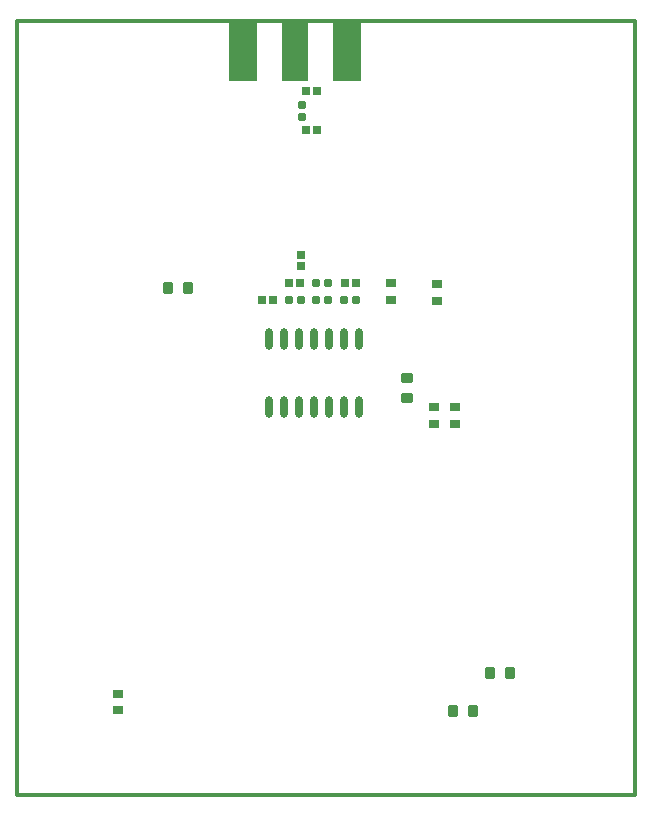
<source format=gtp>
G04 Layer_Color=8421504*
%FSLAX25Y25*%
%MOIN*%
G70*
G01*
G75*
%ADD10R,0.09016X0.20000*%
%ADD11R,0.09508X0.20000*%
%ADD12R,0.03740X0.02953*%
%ADD13R,0.02520X0.02520*%
G04:AMPARAMS|DCode=14|XSize=23.62mil|YSize=23.62mil|CornerRadius=2.36mil|HoleSize=0mil|Usage=FLASHONLY|Rotation=270.000|XOffset=0mil|YOffset=0mil|HoleType=Round|Shape=RoundedRectangle|*
%AMROUNDEDRECTD14*
21,1,0.02362,0.01890,0,0,270.0*
21,1,0.01890,0.02362,0,0,270.0*
1,1,0.00472,-0.00945,-0.00945*
1,1,0.00472,-0.00945,0.00945*
1,1,0.00472,0.00945,0.00945*
1,1,0.00472,0.00945,-0.00945*
%
%ADD14ROUNDEDRECTD14*%
%ADD15O,0.02559X0.07283*%
%ADD16R,0.02520X0.02520*%
G04:AMPARAMS|DCode=17|XSize=23.62mil|YSize=23.62mil|CornerRadius=2.36mil|HoleSize=0mil|Usage=FLASHONLY|Rotation=180.000|XOffset=0mil|YOffset=0mil|HoleType=Round|Shape=RoundedRectangle|*
%AMROUNDEDRECTD17*
21,1,0.02362,0.01890,0,0,180.0*
21,1,0.01890,0.02362,0,0,180.0*
1,1,0.00472,-0.00945,0.00945*
1,1,0.00472,0.00945,0.00945*
1,1,0.00472,0.00945,-0.00945*
1,1,0.00472,-0.00945,-0.00945*
%
%ADD17ROUNDEDRECTD17*%
G04:AMPARAMS|DCode=18|XSize=39.37mil|YSize=35.43mil|CornerRadius=4.43mil|HoleSize=0mil|Usage=FLASHONLY|Rotation=90.000|XOffset=0mil|YOffset=0mil|HoleType=Round|Shape=RoundedRectangle|*
%AMROUNDEDRECTD18*
21,1,0.03937,0.02657,0,0,90.0*
21,1,0.03051,0.03543,0,0,90.0*
1,1,0.00886,0.01329,0.01526*
1,1,0.00886,0.01329,-0.01526*
1,1,0.00886,-0.01329,-0.01526*
1,1,0.00886,-0.01329,0.01526*
%
%ADD18ROUNDEDRECTD18*%
G04:AMPARAMS|DCode=19|XSize=39.37mil|YSize=35.43mil|CornerRadius=4.43mil|HoleSize=0mil|Usage=FLASHONLY|Rotation=180.000|XOffset=0mil|YOffset=0mil|HoleType=Round|Shape=RoundedRectangle|*
%AMROUNDEDRECTD19*
21,1,0.03937,0.02657,0,0,180.0*
21,1,0.03051,0.03543,0,0,180.0*
1,1,0.00886,-0.01526,0.01329*
1,1,0.00886,0.01526,0.01329*
1,1,0.00886,0.01526,-0.01329*
1,1,0.00886,-0.01526,-0.01329*
%
%ADD19ROUNDEDRECTD19*%
%ADD26C,0.01181*%
D10*
X379000Y464000D02*
D03*
D11*
X396254D02*
D03*
X361746D02*
D03*
D12*
X320000Y249756D02*
D03*
Y244244D02*
D03*
X411000Y386512D02*
D03*
Y381000D02*
D03*
X426500Y386256D02*
D03*
Y380744D02*
D03*
X425500Y339744D02*
D03*
Y345256D02*
D03*
X432500Y339744D02*
D03*
Y345256D02*
D03*
D13*
X371811Y381000D02*
D03*
X368189D02*
D03*
X377189Y386500D02*
D03*
X380811D02*
D03*
X395689D02*
D03*
X399311D02*
D03*
X382689Y450500D02*
D03*
X386311D02*
D03*
X382878Y437500D02*
D03*
X386500D02*
D03*
D14*
X380968Y381000D02*
D03*
X377031D02*
D03*
X386032D02*
D03*
X389968D02*
D03*
Y386500D02*
D03*
X386032D02*
D03*
X395532Y381000D02*
D03*
X399468D02*
D03*
D15*
X400500Y367819D02*
D03*
X395500D02*
D03*
X390500D02*
D03*
X385500D02*
D03*
X380500D02*
D03*
X375500D02*
D03*
X370500D02*
D03*
X400500Y345181D02*
D03*
X395500D02*
D03*
X390500D02*
D03*
X385500D02*
D03*
X380500D02*
D03*
X375500D02*
D03*
X370500D02*
D03*
D16*
X381000Y392189D02*
D03*
Y395811D02*
D03*
D17*
X381500Y442031D02*
D03*
Y445968D02*
D03*
D18*
X431653Y244000D02*
D03*
X438346D02*
D03*
X450693Y256500D02*
D03*
X444000D02*
D03*
X336807Y385000D02*
D03*
X343500D02*
D03*
D19*
X416500Y348153D02*
D03*
Y354847D02*
D03*
D26*
X286500Y216000D02*
Y474000D01*
X492500D01*
Y216000D02*
Y474000D01*
X286500Y216000D02*
X492500D01*
M02*

</source>
